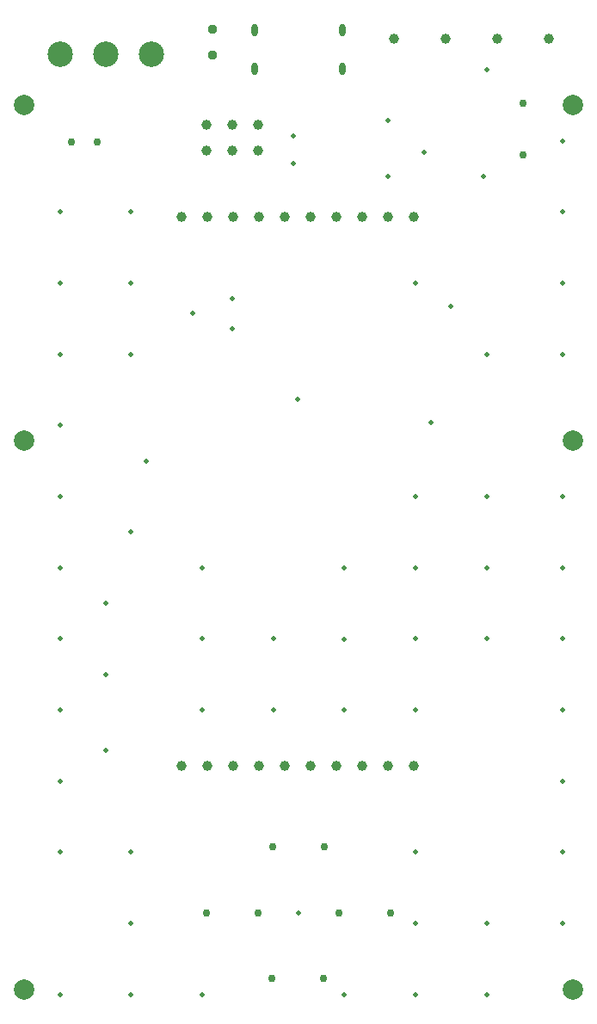
<source format=gbr>
%TF.GenerationSoftware,Altium Limited,Altium Designer,24.0.1 (36)*%
G04 Layer_Color=0*
%FSLAX45Y45*%
%MOMM*%
%TF.SameCoordinates,EF88BD92-104B-4C59-846E-D9FF23BA8C3F*%
%TF.FilePolarity,Positive*%
%TF.FileFunction,Plated,1,2,PTH,Drill*%
%TF.Part,Single*%
G01*
G75*
%TA.AperFunction,ComponentDrill*%
%ADD56C,0.75000*%
%TA.AperFunction,OtherDrill,Pad Free-13 (57mm,57mm)*%
%ADD57C,2.00000*%
%TA.AperFunction,OtherDrill,Pad Free-13 (3mm,57mm)*%
%ADD58C,2.00000*%
%TA.AperFunction,ComponentDrill*%
%ADD59C,1.00000*%
%ADD60C,1.00000*%
%ADD61C,0.95000*%
%ADD62O,0.60000X1.20000*%
%ADD63C,2.50000*%
%ADD64C,0.75000*%
%TA.AperFunction,OtherDrill,Pad Free-13 (57mm,90mm)*%
%ADD65C,2.00000*%
%TA.AperFunction,OtherDrill,Pad Free-13 (57mm,3mm)*%
%ADD66C,2.00000*%
%TA.AperFunction,OtherDrill,Pad Free-13 (3mm,3mm)*%
%ADD67C,2.00000*%
%TA.AperFunction,OtherDrill,Pad Free-13 (3mm,90mm)*%
%ADD68C,2.00000*%
%TA.AperFunction,ViaDrill,NotFilled*%
%ADD69C,0.50000*%
D56*
X2604000Y1050000D02*
D03*
X2096000D02*
D03*
X762000Y8636000D02*
D03*
X1016000D02*
D03*
X3244000Y408000D02*
D03*
X2736000D02*
D03*
X3254000Y1700000D02*
D03*
X2746000D02*
D03*
X3904000Y1050000D02*
D03*
X3396000D02*
D03*
D57*
X5700000Y5700000D02*
D03*
D58*
X300000D02*
D03*
D59*
X2866000Y2500001D02*
D03*
X2612000D02*
D03*
X2358000D02*
D03*
X2104000D02*
D03*
X1850000D02*
D03*
X4136000D02*
D03*
X3882000D02*
D03*
X3628000D02*
D03*
X3374000D02*
D03*
X3120000D02*
D03*
X2866000Y7900001D02*
D03*
X2612000D02*
D03*
X2358000D02*
D03*
X2104000D02*
D03*
X1850000D02*
D03*
X4136000D02*
D03*
X3882000D02*
D03*
X3628000D02*
D03*
X3374000D02*
D03*
X3120000D02*
D03*
X5461000Y9652000D02*
D03*
X4953000D02*
D03*
X3937000D02*
D03*
X4445000D02*
D03*
D60*
X2604000Y8804000D02*
D03*
Y8550000D02*
D03*
X2350000Y8804000D02*
D03*
Y8550000D02*
D03*
X2096000Y8804000D02*
D03*
Y8550000D02*
D03*
D61*
X2150000Y9496000D02*
D03*
Y9750000D02*
D03*
D62*
X3432000Y9738000D02*
D03*
X2568000D02*
D03*
Y9358000D02*
D03*
X3432000D02*
D03*
D63*
X650000Y9500000D02*
D03*
X1100000D02*
D03*
X1550000D02*
D03*
D64*
X5207000Y8509000D02*
D03*
Y9017000D02*
D03*
D65*
X5700000Y9000000D02*
D03*
D66*
Y300000D02*
D03*
D67*
X300000D02*
D03*
D68*
Y9000000D02*
D03*
D69*
X1960000Y6950000D02*
D03*
X2950000Y8700000D02*
D03*
X2990000Y6110000D02*
D03*
X4230000Y8540000D02*
D03*
X4820000Y8300000D02*
D03*
X3880000D02*
D03*
X4300000Y5880000D02*
D03*
X4500000Y7020000D02*
D03*
X4850001Y6550001D02*
D03*
X650000Y1650001D02*
D03*
Y3050001D02*
D03*
Y2350001D02*
D03*
Y3750001D02*
D03*
Y4450001D02*
D03*
Y5150001D02*
D03*
X1350001Y1650001D02*
D03*
X1350000Y4800000D02*
D03*
X1100000Y2650000D02*
D03*
Y3400000D02*
D03*
Y4100000D02*
D03*
X2750001Y3050001D02*
D03*
Y3750001D02*
D03*
X2050001Y3050001D02*
D03*
Y3750001D02*
D03*
Y4450001D02*
D03*
X3443683Y3743683D02*
D03*
X4150001Y3050001D02*
D03*
Y1650001D02*
D03*
Y3750001D02*
D03*
X1500000Y5500000D02*
D03*
X3000000Y1050000D02*
D03*
X5600000Y8650000D02*
D03*
Y7950000D02*
D03*
Y7250000D02*
D03*
Y6550000D02*
D03*
Y5150000D02*
D03*
Y4450000D02*
D03*
Y3750000D02*
D03*
Y3050000D02*
D03*
Y2350000D02*
D03*
Y1650000D02*
D03*
Y950000D02*
D03*
X4850001Y9350002D02*
D03*
Y5150001D02*
D03*
Y4450001D02*
D03*
Y3750001D02*
D03*
Y950000D02*
D03*
Y250000D02*
D03*
X4150001Y7250002D02*
D03*
Y5150001D02*
D03*
Y4450001D02*
D03*
Y950000D02*
D03*
Y250000D02*
D03*
X3450001Y4450001D02*
D03*
Y3050001D02*
D03*
Y250000D02*
D03*
X2050001D02*
D03*
X1350001Y7950002D02*
D03*
Y7250002D02*
D03*
Y6550001D02*
D03*
Y950000D02*
D03*
Y250000D02*
D03*
X650000Y7950002D02*
D03*
Y7250002D02*
D03*
Y6550001D02*
D03*
Y5850001D02*
D03*
Y250000D02*
D03*
X3880000Y8850000D02*
D03*
X2950000Y8425000D02*
D03*
X2350000Y6800000D02*
D03*
Y7100000D02*
D03*
%TF.MD5,0dc92fcc93148aa41a3a2f04f8ed9bc2*%
M02*

</source>
